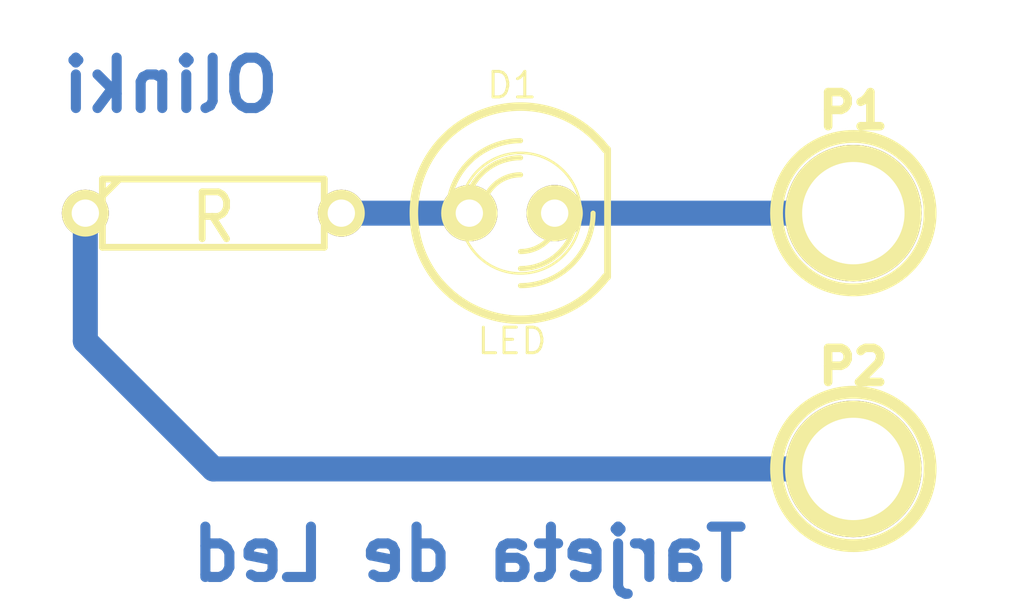
<source format=kicad_pcb>
(kicad_pcb (version 3) (host pcbnew "(2013-may-18)-stable")

  (general
    (links 3)
    (no_connects 0)
    (area 167.64 119.38 198.501 137.160001)
    (thickness 1.6)
    (drawings 2)
    (tracks 5)
    (zones 0)
    (modules 4)
    (nets 4)
  )

  (page A3)
  (layers
    (15 F.Cu signal)
    (0 B.Cu signal)
    (16 B.Adhes user)
    (17 F.Adhes user)
    (18 B.Paste user)
    (19 F.Paste user)
    (20 B.SilkS user)
    (21 F.SilkS user)
    (22 B.Mask user)
    (23 F.Mask user)
    (24 Dwgs.User user)
    (25 Cmts.User user)
    (26 Eco1.User user)
    (27 Eco2.User user)
    (28 Edge.Cuts user)
  )

  (setup
    (last_trace_width 0.745)
    (trace_clearance 0.254)
    (zone_clearance 0.508)
    (zone_45_only no)
    (trace_min 0.254)
    (segment_width 0.2)
    (edge_width 0.15)
    (via_size 0.889)
    (via_drill 0.635)
    (via_min_size 0.889)
    (via_min_drill 0.508)
    (uvia_size 0.508)
    (uvia_drill 0.127)
    (uvias_allowed no)
    (uvia_min_size 0.508)
    (uvia_min_drill 0.127)
    (pcb_text_width 0.3)
    (pcb_text_size 1.5 1.5)
    (mod_edge_width 0.15)
    (mod_text_size 1.5 1.5)
    (mod_text_width 0.15)
    (pad_size 1.524 1.524)
    (pad_drill 0.762)
    (pad_to_mask_clearance 0.2)
    (aux_axis_origin 0 0)
    (visible_elements FFFFFFBF)
    (pcbplotparams
      (layerselection 3178497)
      (usegerberextensions false)
      (excludeedgelayer true)
      (linewidth 0.100000)
      (plotframeref false)
      (viasonmask false)
      (mode 1)
      (useauxorigin false)
      (hpglpennumber 1)
      (hpglpenspeed 20)
      (hpglpendiameter 15)
      (hpglpenoverlay 2)
      (psnegative false)
      (psa4output false)
      (plotreference true)
      (plotvalue true)
      (plotothertext true)
      (plotinvisibletext false)
      (padsonsilk false)
      (subtractmaskfromsilk false)
      (outputformat 2)
      (mirror false)
      (drillshape 0)
      (scaleselection 1)
      (outputdirectory /home/lepton/Dropbox/ESCOM/TT/Hardware/))
  )

  (net 0 "")
  (net 1 N-000001)
  (net 2 N-000002)
  (net 3 N-000003)

  (net_class Default "This is the default net class."
    (clearance 0.254)
    (trace_width 0.745)
    (via_dia 0.889)
    (via_drill 0.635)
    (uvia_dia 0.508)
    (uvia_drill 0.127)
    (add_net "")
    (add_net N-000001)
    (add_net N-000002)
    (add_net N-000003)
  )

  (module R3 (layer F.Cu) (tedit 4E4C0E65) (tstamp 5621B4F8)
    (at 173.99 125.73)
    (descr "Resitance 3 pas")
    (tags R)
    (path /5621ADDE)
    (autoplace_cost180 10)
    (fp_text reference R1 (at 0 0.127) (layer F.SilkS) hide
      (effects (font (size 1.397 1.27) (thickness 0.2032)))
    )
    (fp_text value R (at 0 0.127) (layer F.SilkS)
      (effects (font (size 1.397 1.27) (thickness 0.2032)))
    )
    (fp_line (start -3.81 0) (end -3.302 0) (layer F.SilkS) (width 0.2032))
    (fp_line (start 3.81 0) (end 3.302 0) (layer F.SilkS) (width 0.2032))
    (fp_line (start 3.302 0) (end 3.302 -1.016) (layer F.SilkS) (width 0.2032))
    (fp_line (start 3.302 -1.016) (end -3.302 -1.016) (layer F.SilkS) (width 0.2032))
    (fp_line (start -3.302 -1.016) (end -3.302 1.016) (layer F.SilkS) (width 0.2032))
    (fp_line (start -3.302 1.016) (end 3.302 1.016) (layer F.SilkS) (width 0.2032))
    (fp_line (start 3.302 1.016) (end 3.302 0) (layer F.SilkS) (width 0.2032))
    (fp_line (start -3.302 -0.508) (end -2.794 -1.016) (layer F.SilkS) (width 0.2032))
    (pad 1 thru_hole circle (at -3.81 0) (size 1.397 1.397) (drill 0.8128)
      (layers *.Cu *.Mask F.SilkS)
      (net 3 N-000003)
    )
    (pad 2 thru_hole circle (at 3.81 0) (size 1.397 1.397) (drill 0.8128)
      (layers *.Cu *.Mask F.SilkS)
      (net 1 N-000001)
    )
    (model discret/resistor.wrl
      (at (xyz 0 0 0))
      (scale (xyz 0.3 0.3 0.3))
      (rotate (xyz 0 0 0))
    )
  )

  (module LED-5MM (layer F.Cu) (tedit 50ADE86B) (tstamp 5621B507)
    (at 182.88 125.73)
    (descr "LED 5mm - Lead pitch 100mil (2,54mm)")
    (tags "LED led 5mm 5MM 100mil 2,54mm")
    (path /5621AB91)
    (fp_text reference D1 (at 0 -3.81) (layer F.SilkS)
      (effects (font (size 0.762 0.762) (thickness 0.0889)))
    )
    (fp_text value LED (at 0 3.81) (layer F.SilkS)
      (effects (font (size 0.762 0.762) (thickness 0.0889)))
    )
    (fp_line (start 2.8448 1.905) (end 2.8448 -1.905) (layer F.SilkS) (width 0.2032))
    (fp_circle (center 0.254 0) (end -1.016 1.27) (layer F.SilkS) (width 0.0762))
    (fp_arc (start 0.254 0) (end 2.794 1.905) (angle 286.2) (layer F.SilkS) (width 0.254))
    (fp_arc (start 0.254 0) (end -0.889 0) (angle 90) (layer F.SilkS) (width 0.1524))
    (fp_arc (start 0.254 0) (end 1.397 0) (angle 90) (layer F.SilkS) (width 0.1524))
    (fp_arc (start 0.254 0) (end -1.397 0) (angle 90) (layer F.SilkS) (width 0.1524))
    (fp_arc (start 0.254 0) (end 1.905 0) (angle 90) (layer F.SilkS) (width 0.1524))
    (fp_arc (start 0.254 0) (end -1.905 0) (angle 90) (layer F.SilkS) (width 0.1524))
    (fp_arc (start 0.254 0) (end 2.413 0) (angle 90) (layer F.SilkS) (width 0.1524))
    (pad 1 thru_hole circle (at -1.27 0) (size 1.6764 1.6764) (drill 0.8128)
      (layers *.Cu *.Mask F.SilkS)
      (net 1 N-000001)
    )
    (pad 2 thru_hole circle (at 1.27 0) (size 1.6764 1.6764) (drill 0.8128)
      (layers *.Cu *.Mask F.SilkS)
      (net 2 N-000002)
    )
    (model discret/leds/led5_vertical_verde.wrl
      (at (xyz 0 0 0))
      (scale (xyz 1 1 1))
      (rotate (xyz 0 0 0))
    )
  )

  (module 1pin (layer F.Cu) (tedit 200000) (tstamp 5621B50D)
    (at 193.04 125.73)
    (descr "module 1 pin (ou trou mecanique de percage)")
    (tags DEV)
    (path /5621B205)
    (fp_text reference P1 (at 0 -3.048) (layer F.SilkS)
      (effects (font (size 1.016 1.016) (thickness 0.254)))
    )
    (fp_text value CONNECTOR (at 0 2.794) (layer F.SilkS) hide
      (effects (font (size 1.016 1.016) (thickness 0.254)))
    )
    (fp_circle (center 0 0) (end 0 -2.286) (layer F.SilkS) (width 0.381))
    (pad 1 thru_hole circle (at 0 0) (size 4.064 4.064) (drill 3.048)
      (layers *.Cu *.Mask F.SilkS)
      (net 2 N-000002)
    )
  )

  (module 1pin (layer F.Cu) (tedit 200000) (tstamp 5621B513)
    (at 193.04 133.35)
    (descr "module 1 pin (ou trou mecanique de percage)")
    (tags DEV)
    (path /5621B214)
    (fp_text reference P2 (at 0 -3.048) (layer F.SilkS)
      (effects (font (size 1.016 1.016) (thickness 0.254)))
    )
    (fp_text value CONNECTOR (at 0 2.794) (layer F.SilkS) hide
      (effects (font (size 1.016 1.016) (thickness 0.254)))
    )
    (fp_circle (center 0 0) (end 0 -2.286) (layer F.SilkS) (width 0.381))
    (pad 1 thru_hole circle (at 0 0) (size 4.064 4.064) (drill 3.048)
      (layers *.Cu *.Mask F.SilkS)
      (net 3 N-000003)
    )
  )

  (gr_text Olinki (at 172.72 121.92) (layer B.Cu)
    (effects (font (size 1.5 1.5) (thickness 0.3)) (justify mirror))
  )
  (gr_text "Tarjeta de Led" (at 181.61 135.89) (layer B.Cu)
    (effects (font (size 1.5 1.5) (thickness 0.3)) (justify mirror))
  )

  (segment (start 181.61 125.73) (end 177.8 125.73) (width 0.745) (layer B.Cu) (net 1) (status C00000))
  (segment (start 193.04 125.73) (end 184.15 125.73) (width 0.745) (layer B.Cu) (net 2) (status C00000))
  (segment (start 170.18 125.73) (end 170.18 129.54) (width 0.745) (layer B.Cu) (net 3) (status 400000))
  (segment (start 173.99 133.35) (end 193.04 133.35) (width 0.745) (layer B.Cu) (net 3) (tstamp 56224828) (status 800000))
  (segment (start 170.18 129.54) (end 173.99 133.35) (width 0.745) (layer B.Cu) (net 3) (tstamp 56224821))

  (zone (net 0) (net_name "") (layer B.Cu) (tstamp 5621B587) (hatch edge 0.508)
    (connect_pads (clearance 0.508))
    (min_thickness 0.254)
    (fill (arc_segments 16) (thermal_gap 0.508) (thermal_bridge_width 0.508))
    (polygon
      (pts
        (xy 167.64 119.38) (xy 198.12 119.38) (xy 198.12 137.16) (xy 167.64 137.16)
      )
    )
  )
)

</source>
